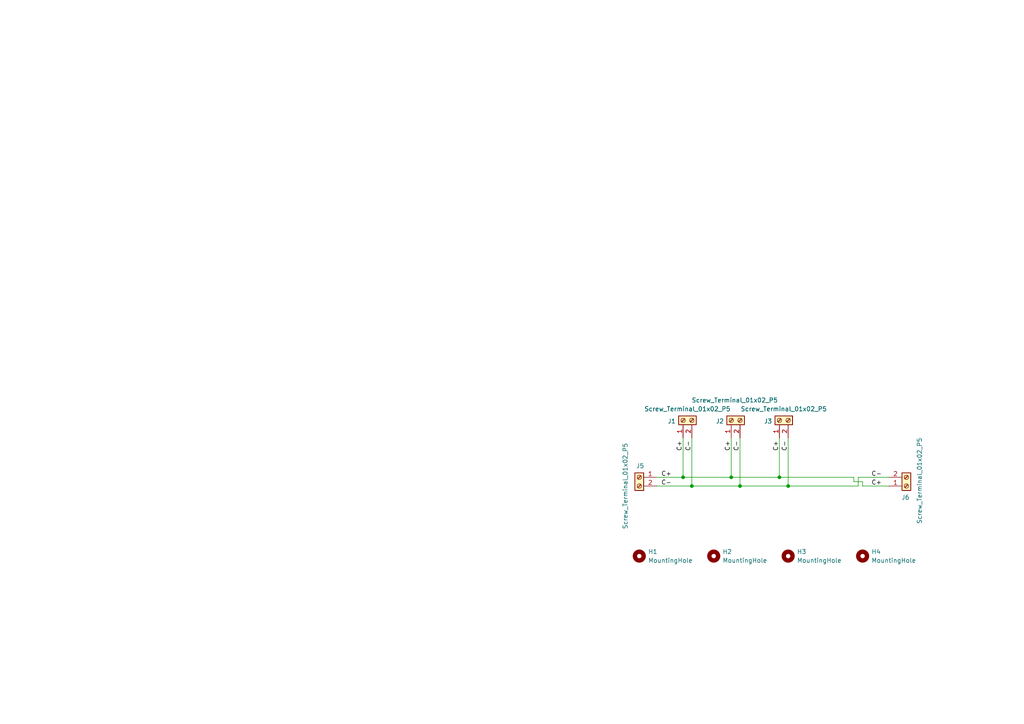
<source format=kicad_sch>
(kicad_sch (version 20231120) (generator "eeschema") (generator_version "8.0")
  (paper "A4")
  (title_block (date "2025-04-12"))
  (lib_symbols
    (symbol "_kh_library:MountingHole" (pin_names (offset 1.016)) (exclude_from_sim yes) (in_bom no)
      (property "Reference" "H" (at 0 5.08 0))
      (property "Value" "MountingHole" (at 0 3.175 0))
      (symbol "MountingHole_0_1"
        (circle (center 0 0) (radius 1.27) (stroke (width 1.27)))
      )
    )
    (symbol "_kh_library:Screw_Terminal_01x02_P5" (pin_names (offset 1.016) hide)
      (property "Reference" "J" (at 2.286 0 0))
      (property "Value" "Screw_Terminal_01x02_P5" (at 6.35 -1.016 90))
      (symbol "Screw_Terminal_01x02_P5_1_1"
        (rectangle (start -1.27 1.27) (end 1.27 -3.81) (stroke (width 0.254)) (fill (type background)))
        (circle (center 0 -2.54) (radius 0.635) (stroke (width 0.1524)))
        (polyline (pts (xy -0.5334 -2.2098) (xy 0.3302 -3.048)) (stroke (width 0.1524)))
        (polyline (pts (xy -0.5334 0.3302) (xy 0.3302 -0.508)) (stroke (width 0.1524)))
        (polyline (pts (xy -0.3556 -2.032) (xy 0.508 -2.8702)) (stroke (width 0.1524)))
        (polyline (pts (xy -0.3556 0.508) (xy 0.508 -0.3302)) (stroke (width 0.1524)))
        (circle (center 0 0) (radius 0.635) (stroke (width 0.1524)))
        (pin passive line (at -5.08 0 0) (length 3.81) (name "Pin_1") (number "1"))
        (pin passive line (at -5.08 -2.54 0) (length 3.81) (name "Pin_2") (number "2"))
      )
    )
  )
  (junction (at 212.09 138.43))
  (junction (at 198.12 138.43))
  (junction (at 226.06 138.43))
  (junction (at 214.63 140.97))
  (junction (at 228.6 140.97))
  (junction (at 200.66 140.97))
  (wire (pts (xy 257.81 140.97) (xy 250.19 140.97)))
  (wire (pts (xy 214.63 140.97) (xy 228.6 140.97)))
  (wire (pts (xy 228.6 140.97) (xy 248.92 140.97)))
  (wire (pts (xy 250.19 139.7) (xy 247.65 139.7)))
  (wire (pts (xy 250.19 140.97) (xy 250.19 139.7)))
  (wire (pts (xy 247.65 139.7) (xy 247.65 138.43)))
  (wire (pts (xy 212.09 127) (xy 212.09 138.43)))
  (wire (pts (xy 190.5 138.43) (xy 198.12 138.43)))
  (wire (pts (xy 226.06 138.43) (xy 247.65 138.43)))
  (wire (pts (xy 200.66 127) (xy 200.66 140.97)))
  (wire (pts (xy 226.06 127) (xy 226.06 138.43)))
  (wire (pts (xy 214.63 127) (xy 214.63 140.97)))
  (wire (pts (xy 212.09 138.43) (xy 226.06 138.43)))
  (wire (pts (xy 248.92 138.43) (xy 257.81 138.43)))
  (wire (pts (xy 198.12 127) (xy 198.12 138.43)))
  (wire (pts (xy 248.92 140.97) (xy 248.92 138.43)))
  (wire (pts (xy 190.5 140.97) (xy 200.66 140.97)))
  (wire (pts (xy 200.66 140.97) (xy 214.63 140.97)))
  (wire (pts (xy 228.6 127) (xy 228.6 140.97)))
  (wire (pts (xy 198.12 138.43) (xy 212.09 138.43)))
  (label "C-" (at 191.77 140.97 0))
  (label "C-" (at 252.73 138.43 0))
  (label "C+" (at 226.06 130.81 90))
  (label "C+" (at 212.09 130.81 90))
  (label "C+" (at 191.77 138.43 0))
  (label "C-" (at 214.63 130.81 90))
  (label "C-" (at 200.66 130.81 90))
  (label "C-" (at 228.6 130.81 90))
  (label "C+" (at 252.73 140.97 0))
  (label "C+" (at 198.12 130.81 90))
  (symbol (lib_id "_kh_library:MountingHole") (at 185.42 161.29 0) (unit 1) (exclude_from_sim yes) (in_bom no)
    (property "Reference" "H1" (at 187.96 160.0199 0) (effects (justify left)))
    (property "Value" "MountingHole" (at 187.96 162.5599 0) (effects (justify left)))
    (property "Footprint" "_kh_library:MountingHole_2.2mm_M2_Pad_TopBottom_kh" (effects (hide yes)))
    (property "Description" "Mounting Hole without connection" (effects (hide yes)))
  )
  (symbol (lib_id "_kh_library:Screw_Terminal_01x02_P5") (at 226.06 121.92 90) (unit 1)
    (property "Reference" "J3" (at 222.758 122.174 90))
    (property "Value" "Screw_Terminal_01x02_P5" (at 227.33 118.618 90))
    (property "Footprint" "_kh_library:Screw_Terminal_01x02_P5" (effects (hide yes)))
    (property "Description" "Generic screw terminal, single row, 01x02" (effects (hide yes)))
  )
  (symbol (lib_id "_kh_library:MountingHole") (at 250.19 161.29 0) (unit 1) (exclude_from_sim yes) (in_bom no)
    (property "Reference" "H4" (at 252.73 160.0199 0) (effects (justify left)))
    (property "Value" "MountingHole" (at 252.73 162.5599 0) (effects (justify left)))
    (property "Footprint" "_kh_library:MountingHole_2.2mm_M2_Pad_TopBottom_kh" (effects (hide yes)))
    (property "Description" "Mounting Hole without connection" (effects (hide yes)))
  )
  (symbol (lib_id "_kh_library:Screw_Terminal_01x02_P5") (at 185.42 138.43 0) (mirror y) (unit 1)
    (property "Reference" "J5" (at 185.674 135.128 0))
    (property "Value" "Screw_Terminal_01x02_P5" (at 181.356 140.97 90))
    (property "Footprint" "_kh_library:Screw_Terminal_01x02_P5" (effects (hide yes)))
    (property "Description" "Generic screw terminal, single row, 01x02" (effects (hide yes)))
  )
  (symbol (lib_id "_kh_library:Screw_Terminal_01x02_P5") (at 262.89 140.97 0) (mirror x) (unit 1)
    (property "Reference" "J6" (at 262.636 144.272 0))
    (property "Value" "Screw_Terminal_01x02_P5" (at 266.7 139.446 90))
    (property "Footprint" "_kh_library:Screw_Terminal_01x02_P5" (effects (hide yes)))
    (property "Description" "Generic screw terminal, single row, 01x02" (effects (hide yes)))
  )
  (symbol (lib_id "_kh_library:MountingHole") (at 207.01 161.29 0) (unit 1) (exclude_from_sim yes) (in_bom no)
    (property "Reference" "H2" (at 209.55 160.0199 0) (effects (justify left)))
    (property "Value" "MountingHole" (at 209.55 162.5599 0) (effects (justify left)))
    (property "Footprint" "_kh_library:MountingHole_2.2mm_M2_Pad_TopBottom_kh" (effects (hide yes)))
    (property "Description" "Mounting Hole without connection" (effects (hide yes)))
  )
  (symbol (lib_id "_kh_library:MountingHole") (at 228.6 161.29 0) (unit 1) (exclude_from_sim yes) (in_bom no)
    (property "Reference" "H3" (at 231.14 160.0199 0) (effects (justify left)))
    (property "Value" "MountingHole" (at 231.14 162.5599 0) (effects (justify left)))
    (property "Footprint" "_kh_library:MountingHole_2.2mm_M2_Pad_TopBottom_kh" (effects (hide yes)))
    (property "Description" "Mounting Hole without connection" (effects (hide yes)))
  )
  (symbol (lib_id "_kh_library:Screw_Terminal_01x02_P5") (at 198.12 121.92 90) (unit 1)
    (property "Reference" "J1" (at 194.818 122.174 90))
    (property "Value" "Screw_Terminal_01x02_P5" (at 199.39 118.618 90))
    (property "Footprint" "_kh_library:Screw_Terminal_01x02_P5" (effects (hide yes)))
    (property "Description" "Generic screw terminal, single row, 01x02" (effects (hide yes)))
  )
  (symbol (lib_id "_kh_library:Screw_Terminal_01x02_P5") (at 212.09 121.92 90) (unit 1)
    (property "Reference" "J2" (at 208.788 122.174 90))
    (property "Value" "Screw_Terminal_01x02_P5" (at 213.106 116.078 90))
    (property "Footprint" "_kh_library:Screw_Terminal_01x02_P5" (effects (hide yes)))
    (property "Description" "Generic screw terminal, single row, 01x02" (effects (hide yes)))
  )
)
</source>
